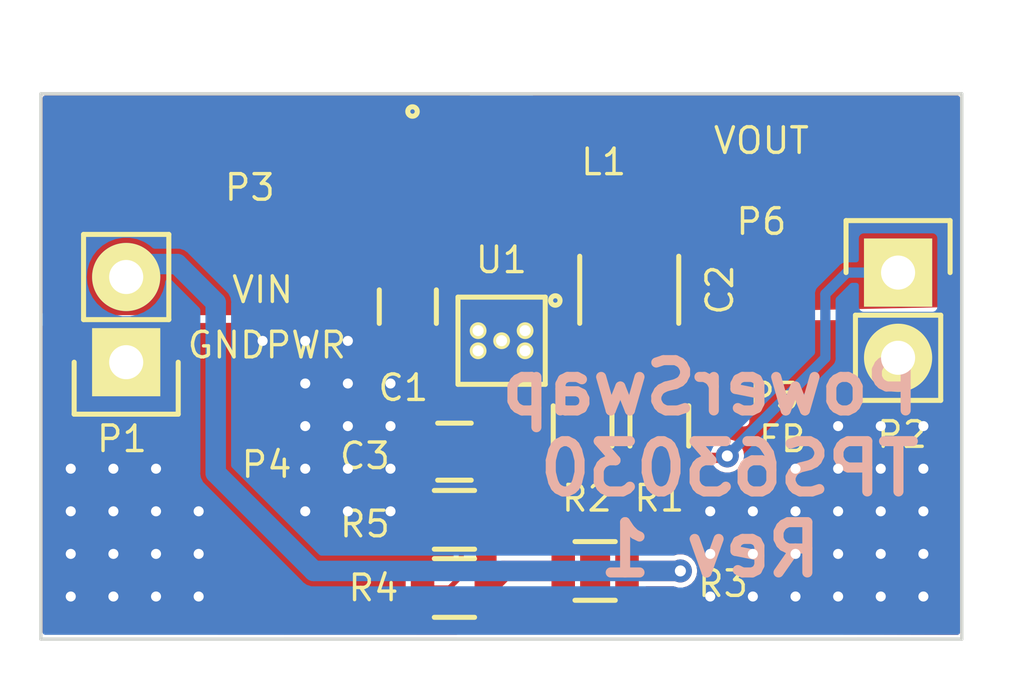
<source format=kicad_pcb>
(kicad_pcb (version 20221018) (generator pcbnew)
  (layers (0 "F.Cu" signal) (31 "B.Cu" signal) (34 "B.Paste" user) (35 "F.Paste" user) (36 "B.SilkS" user "B.Silkscreen") (37 "F.SilkS" user "F.Silkscreen") (38 "B.Mask" user) (39 "F.Mask" user) (44 "Edge.Cuts" user))
  (net 0 "")
  (net 1 "/VIN")
  (net 2 "GNDPWR")
  (net 3 "/VOUT")
  (net 4 "/VINA")
  (net 5 "Net-(L1-Pad1)")
  (net 6 "Net-(L1-Pad2)")
  (net 7 "/FB")
  (net 8 "Net-(R4-Pad1)")
  (net 9 "Net-(R5-Pad1)")
  (footprint "Capacitors_SMD:C_0805" (layer "F.Cu") (at 166.37 113.538 -90)
    (fp_text reference "C1" (at 2.418 0.135) (layer "F.SilkS") (effects (font (size 0.762 0.762) (thickness 0.1016))))
    (fp_text value "4.7UF")
    (fp_line (start -0.5 0.85) (end 0.5 0.85) (stroke (width 0.15)) (layer "F.SilkS"))
    (fp_line (start 0.5 -0.85) (end -0.5 -0.85) (stroke (width 0.15)) (layer "F.SilkS"))
    (pad "1" smd rect (at -1 0 270) (size 1 1.25) (layers "F.Cu" "F.Paste" "F.Mask") (net 1 "/VIN"))
    (pad "2" smd rect (at 1 0 270) (size 1 1.25) (layers "F.Cu" "F.Paste" "F.Mask") (net 2 "GNDPWR"))
  )
  (footprint "Capacitors_SMD:C_1210" (layer "F.Cu") (at 172.966 113.035 -90)
    (fp_text reference "C2" (at 0 -2.7 270) (layer "F.SilkS") (effects (font (size 0.762 0.762) (thickness 0.1016))))
    (fp_text value "22UF")
    (fp_line (start -1 1.475) (end 1 1.475) (stroke (width 0.15)) (layer "F.SilkS"))
    (fp_line (start 1 -1.475) (end -1 -1.475) (stroke (width 0.15)) (layer "F.SilkS"))
    (pad "1" smd rect (at -1.5 0 270) (size 1 2.5) (layers "F.Cu" "F.Paste" "F.Mask") (net 3 "/VOUT"))
    (pad "2" smd rect (at 1.5 0 270) (size 1 2.5) (layers "F.Cu" "F.Paste" "F.Mask") (net 2 "GNDPWR"))
  )
  (footprint "Capacitors_SMD:C_0805" (layer "F.Cu") (at 167.759 117.861 180)
    (fp_text reference "C3" (at 2.667 -0.127 180) (layer "F.SilkS") (effects (font (size 0.762 0.762) (thickness 0.1016))))
    (fp_text value "0.1UF")
    (fp_line (start -0.5 0.85) (end 0.5 0.85) (stroke (width 0.15)) (layer "F.SilkS"))
    (fp_line (start 0.5 -0.85) (end -0.5 -0.85) (stroke (width 0.15)) (layer "F.SilkS"))
    (pad "1" smd rect (at -1 0 180) (size 1 1.25) (layers "F.Cu" "F.Paste" "F.Mask") (net 4 "/VINA"))
    (pad "2" smd rect (at 1 0 180) (size 1 1.25) (layers "F.Cu" "F.Paste" "F.Mask") (net 2 "GNDPWR"))
  )
  (footprint "PowerSwap:LQH3NPN2R2MM0L" (layer "F.Cu") (at 168.91 109.22)
    (fp_text reference "L1" (at 3.294 0.005) (layer "F.SilkS") (effects (font (size 0.762 0.762) (thickness 0.1016))))
    (fp_text value "2.2uH")
    (fp_circle (center -2.4 -1.5) (end -2.3 -1.4) (stroke (width 0.15)) (fill none) (layer "F.SilkS"))
    (pad "1" smd rect (at -1.9 0) (size 0.5 1.8) (layers "F.Cu" "F.Paste" "F.Mask") (net 5 "Net-(L1-Pad1)"))
    (pad "1" smd rect (at -1.075 0) (size 1.15 3.3) (layers "F.Cu" "F.Paste" "F.Mask") (net 5 "Net-(L1-Pad1)"))
    (pad "2" smd rect (at 1.075 0) (size 1.15 3.3) (layers "F.Cu" "F.Paste" "F.Mask") (net 6 "Net-(L1-Pad2)"))
    (pad "2" smd rect (at 1.9 0) (size 0.5 1.8) (layers "F.Cu" "F.Paste" "F.Mask") (net 6 "Net-(L1-Pad2)"))
  )
  (footprint "Pin_Headers:Pin_Header_Straight_1x02" (layer "F.Cu") (at 157.98 115.194 180)
    (fp_text reference "P1" (at 0.127 -2.286 180) (layer "F.SilkS") (effects (font (size 0.762 0.762) (thickness 0.1016))))
    (fp_text value "CONN_01X02")
    (fp_line (start -1.55 -1.55) (end 1.55 -1.55) (stroke (width 0.15)) (layer "F.SilkS"))
    (fp_line (start -1.55 0) (end -1.55 -1.55) (stroke (width 0.15)) (layer "F.SilkS"))
    (fp_line (start -1.27 1.27) (end -1.27 3.81) (stroke (width 0.15)) (layer "F.SilkS"))
    (fp_line (start -1.27 3.81) (end 1.27 3.81) (stroke (width 0.15)) (layer "F.SilkS"))
    (fp_line (start 1.27 1.27) (end -1.27 1.27) (stroke (width 0.15)) (layer "F.SilkS"))
    (fp_line (start 1.27 1.27) (end 1.27 3.81) (stroke (width 0.15)) (layer "F.SilkS"))
    (fp_line (start 1.55 -1.55) (end 1.55 0) (stroke (width 0.15)) (layer "F.SilkS"))
    (pad "1" thru_hole rect (at 0 0 180) (size 2.032 2.032) (drill 1.016) (layers "*.Cu" "*.Mask" "F.SilkS") (net 2 "GNDPWR"))
    (pad "2" thru_hole oval (at 0 2.54 180) (size 2.032 2.032) (drill 1.016) (layers "*.Cu" "*.Mask" "F.SilkS") (net 1 "/VIN"))
  )
  (footprint "Pin_Headers:Pin_Header_Straight_1x02" (layer "F.Cu") (at 180.975 112.522)
    (fp_text reference "P2" (at 0.119 4.831) (layer "F.SilkS") (effects (font (size 0.762 0.762) (thickness 0.1016))))
    (fp_text value "CONN_01X02")
    (fp_line (start -1.55 -1.55) (end 1.55 -1.55) (stroke (width 0.15)) (layer "F.SilkS"))
    (fp_line (start -1.55 0) (end -1.55 -1.55) (stroke (width 0.15)) (layer "F.SilkS"))
    (fp_line (start -1.27 1.27) (end -1.27 3.81) (stroke (width 0.15)) (layer "F.SilkS"))
    (fp_line (start -1.27 3.81) (end 1.27 3.81) (stroke (width 0.15)) (layer "F.SilkS"))
    (fp_line (start 1.27 1.27) (end -1.27 1.27) (stroke (width 0.15)) (layer "F.SilkS"))
    (fp_line (start 1.27 1.27) (end 1.27 3.81) (stroke (width 0.15)) (layer "F.SilkS"))
    (fp_line (start 1.55 -1.55) (end 1.55 0) (stroke (width 0.15)) (layer "F.SilkS"))
    (pad "1" thru_hole rect (at 0 0) (size 2.032 2.032) (drill 1.016) (layers "*.Cu" "*.Mask" "F.SilkS") (net 3 "/VOUT"))
    (pad "2" thru_hole oval (at 0 2.54) (size 2.032 2.032) (drill 1.016) (layers "*.Cu" "*.Mask" "F.SilkS") (net 2 "GNDPWR"))
  )
  (footprint "Measurement_Points:Measurement_Point_Square-SMD-Pad_Small" (layer "F.Cu") (at 161.663 111.638)
    (fp_text reference "P3" (at 0 -1.651) (layer "F.SilkS") (effects (font (size 0.762 0.762) (thickness 0.1016))))
    (fp_text value "TST")
    (pad "1" smd rect (at 0 0) (size 1.50114 1.50114) (layers "F.Cu" "F.Paste" "F.Mask") (net 1 "/VIN"))
  )
  (footprint "Measurement_Points:Measurement_Point_Square-SMD-Pad_Small" (layer "F.Cu") (at 161.917 116.718)
    (fp_text reference "P4" (at 0.246 1.529) (layer "F.SilkS") (effects (font (size 0.762 0.762) (thickness 0.1016))))
    (fp_text value "TST")
    (pad "1" smd rect (at 0 0) (size 1.50114 1.50114) (layers "F.Cu" "F.Paste" "F.Mask") (net 2 "GNDPWR"))
  )
  (footprint "Measurement_Points:Measurement_Point_Square-SMD-Pad_Small" (layer "F.Cu") (at 175.641 116.205)
    (fp_text reference "P5" (at 1.643 0.005) (layer "F.SilkS") (effects (font (size 0.762 0.762) (thickness 0.1016))))
    (fp_text value "TST")
    (pad "1" smd rect (at 0 0) (size 1.50114 1.50114) (layers "F.Cu" "F.Paste" "F.Mask") (net 7 "/FB"))
  )
  (footprint "Measurement_Points:Measurement_Point_Square-SMD-Pad_Small" (layer "F.Cu") (at 176.903 109.733)
    (fp_text reference "P6" (at 0 1.27) (layer "F.SilkS") (effects (font (size 0.762 0.762) (thickness 0.1016))))
    (fp_text value "TST")
    (pad "1" smd rect (at 0 0) (size 1.50114 1.50114) (layers "F.Cu" "F.Paste" "F.Mask") (net 3 "/VOUT"))
  )
  (footprint "Resistors_SMD:R_0805" (layer "F.Cu") (at 173.863 117.094 90)
    (fp_text reference "R1" (at -2.159 0 180) (layer "F.SilkS") (effects (font (size 0.762 0.762) (thickness 0.1016))))
    (fp_text value "1.2M")
    (fp_line (start -0.6 -0.875) (end 0.6 -0.875) (stroke (width 0.15)) (layer "F.SilkS"))
    (fp_line (start 0.6 0.875) (end -0.6 0.875) (stroke (width 0.15)) (layer "F.SilkS"))
    (pad "1" smd rect (at -0.95 0 90) (size 0.7 1.3) (layers "F.Cu" "F.Paste" "F.Mask") (net 3 "/VOUT"))
    (pad "2" smd rect (at 0.95 0 90) (size 0.7 1.3) (layers "F.Cu" "F.Paste" "F.Mask") (net 7 "/FB"))
  )
  (footprint "Resistors_SMD:R_0805" (layer "F.Cu") (at 171.577 117.094 -90)
    (fp_text reference "R2" (at 2.159 -0.127) (layer "F.SilkS") (effects (font (size 0.762 0.762) (thickness 0.1016))))
    (fp_text value "215K")
    (fp_line (start -0.6 -0.875) (end 0.6 -0.875) (stroke (width 0.15)) (layer "F.SilkS"))
    (fp_line (start 0.6 0.875) (end -0.6 0.875) (stroke (width 0.15)) (layer "F.SilkS"))
    (pad "1" smd rect (at -0.95 0 270) (size 0.7 1.3) (layers "F.Cu" "F.Paste" "F.Mask") (net 7 "/FB"))
    (pad "2" smd rect (at 0.95 0 270) (size 0.7 1.3) (layers "F.Cu" "F.Paste" "F.Mask") (net 2 "GNDPWR"))
  )
  (footprint "Resistors_SMD:R_0805" (layer "F.Cu") (at 171.95 121.417)
    (fp_text reference "R3" (at 3.81 0.381) (layer "F.SilkS") (effects (font (size 0.762 0.762) (thickness 0.1016))))
    (fp_text value "0")
    (fp_line (start -0.6 -0.875) (end 0.6 -0.875) (stroke (width 0.15)) (layer "F.SilkS"))
    (fp_line (start 0.6 0.875) (end -0.6 0.875) (stroke (width 0.15)) (layer "F.SilkS"))
    (pad "1" smd rect (at -0.95 0) (size 0.7 1.3) (layers "F.Cu" "F.Paste" "F.Mask") (net 4 "/VINA"))
    (pad "2" smd rect (at 0.95 0) (size 0.7 1.3) (layers "F.Cu" "F.Paste" "F.Mask") (net 1 "/VIN"))
  )
  (footprint "Resistors_SMD:R_0805" (layer "F.Cu") (at 167.759 121.925)
    (fp_text reference "R4" (at -2.413 0) (layer "F.SilkS") (effects (font (size 0.762 0.762) (thickness 0.1016))))
    (fp_text value "0")
    (fp_line (start -0.6 -0.875) (end 0.6 -0.875) (stroke (width 0.15)) (layer "F.SilkS"))
    (fp_line (start 0.6 0.875) (end -0.6 0.875) (stroke (width 0.15)) (layer "F.SilkS"))
    (pad "1" smd rect (at -0.95 0) (size 0.7 1.3) (layers "F.Cu" "F.Paste" "F.Mask") (net 8 "Net-(R4-Pad1)"))
    (pad "2" smd rect (at 0.95 0) (size 0.7 1.3) (layers "F.Cu" "F.Paste" "F.Mask") (net 4 "/VINA"))
  )
  (footprint "Resistors_SMD:R_0805" (layer "F.Cu") (at 167.759 119.893)
    (fp_text reference "R5" (at -2.667 0.127) (layer "F.SilkS") (effects (font (size 0.762 0.762) (thickness 0.1016))))
    (fp_text value "0")
    (fp_line (start -0.6 -0.875) (end 0.6 -0.875) (stroke (width 0.15)) (layer "F.SilkS"))
    (fp_line (start 0.6 0.875) (end -0.6 0.875) (stroke (width 0.15)) (layer "F.SilkS"))
    (pad "1" smd rect (at -0.95 0) (size 0.7 1.3) (layers "F.Cu" "F.Paste" "F.Mask") (net 9 "Net-(R5-Pad1)"))
    (pad "2" smd rect (at 0.95 0) (size 0.7 1.3) (layers "F.Cu" "F.Paste" "F.Mask") (net 4 "/VINA"))
  )
  (footprint "PowerSwap:TPS63030" (layer "F.Cu") (at 169.164 114.554 180)
    (fp_text reference "U1" (at 0.008 2.408 180) (layer "F.SilkS") (effects (font (size 0.762 0.762) (thickness 0.1016))))
    (fp_text value "TPS63030")
    (fp_line (start -1.3 -1.3) (end -1.3 1.3) (stroke (width 0.15)) (layer "F.SilkS"))
    (fp_line (start -1.3 -1.3) (end 1.3 -1.3) (stroke (width 0.15)) (layer "F.SilkS"))
    (fp_line (start -1.3 1.3) (end 1.3 1.3) (stroke (width 0.15)) (layer "F.SilkS"))
    (fp_line (start 1.3 1.3) (end 1.3 -1.3) (stroke (width 0.15)) (layer "F.SilkS"))
    (fp_circle (center -1.6 1.2) (end -1.5 1.3) (stroke (width 0.15)) (fill none) (layer "F.SilkS"))
    (pad "1" smd oval (at -1 1.275 180) (size 0.23 0.8) (layers "F.Cu" "F.Paste" "F.Mask") (net 3 "/VOUT"))
    (pad "2" smd oval (at -0.5 1.275 180) (size 0.23 0.8) (layers "F.Cu" "F.Paste" "F.Mask") (net 6 "Net-(L1-Pad2)"))
    (pad "3" smd oval (at 0 1.275 180) (size 0.23 0.8) (layers "F.Cu" "F.Paste" "F.Mask") (net 2 "GNDPWR"))
    (pad "4" smd oval (at 0.5 1.275 180) (size 0.23 0.8) (layers "F.Cu" "F.Paste" "F.Mask") (net 5 "Net-(L1-Pad1)"))
    (pad "5" smd oval (at 1 1.275 180) (size 0.23 0.8) (layers "F.Cu" "F.Paste" "F.Mask") (net 1 "/VIN"))
    (pad "6" smd oval (at 1 -1.275 180) (size 0.23 0.8) (layers "F.Cu" "F.Paste" "F.Mask") (net 9 "Net-(R5-Pad1)"))
    (pad "7" smd oval (at 0.5 -1.275 180) (size 0.23 0.8) (layers "F.Cu" "F.Paste" "F.Mask") (net 8 "Net-(R4-Pad1)"))
    (pad "8" smd oval (at 0 -1.275 180) (size 0.23 0.8) (layers "F.Cu" "F.Paste" "F.Mask") (net 4 "/VINA"))
    (pad "9" smd oval (at -0.5 -1.275 180) (size 0.23 0.8) (layers "F.Cu" "F.Paste" "F.Mask") (net 2 "GNDPWR"))
    (pad "10" smd oval (at -1 -1.275 180) (size 0.23 0.8) (layers "F.Cu" "F.Paste" "F.Mask") (net 7 "/FB"))
    (pad "11" thru_hole circle (at -0.7 -0.3 180) (size 0.5 0.5) (drill 0.33) (layers "*.Cu" "*.Mask" "F.SilkS") (net 2 "GNDPWR"))
    (pad "11" thru_hole circle (at -0.7 0.3 180) (size 0.5 0.5) (drill 0.33) (layers "*.Cu" "*.Mask" "F.SilkS") (net 2 "GNDPWR"))
    (pad "11" thru_hole circle (at 0 0 180) (size 0.5 0.5) (drill 0.33) (layers "*.Cu" "*.Mask" "F.SilkS") (net 2 "GNDPWR"))
    (pad "11" smd rect (at 0 0 180) (size 2 1.2) (layers "*.Cu" "*.Mask" "F.Paste") (net 2 "GNDPWR"))
    (pad "11" thru_hole circle (at 0.7 -0.3 180) (size 0.5 0.5) (drill 0.33) (layers "*.Cu" "*.Mask" "F.SilkS") (net 2 "GNDPWR"))
    (pad "11" thru_hole circle (at 0.7 0.3 180) (size 0.5 0.5) (drill 0.33) (layers "*.Cu" "*.Mask" "F.SilkS") (net 2 "GNDPWR"))
  )
  (footprint "PowerSwap:PS_Logo" (layer "F.Cu") (at 167.759 106.939)
    (fp_text reference "G***" hide)
    (fp_text value "LOGO" hide)
  )
  (footprint "PowerSwap:VIA-0.6mm" (layer "F.Cu") (at 175.379 119.639)
    (fp_text reference "REF**1111" hide)
    (fp_text value "VIA-0.6mm" hide)
    (pad "1" thru_hole circle (at 0 0) (size 0.6 0.6) (drill 0.3) (layers "*.Cu") (net 2 "GNDPWR"))
  )
  (footprint "PowerSwap:VIA-0.6mm" (layer "F.Cu") (at 176.649 119.639)
    (fp_text reference "REF**1121" hide)
    (fp_text value "VIA-0.6mm" hide)
    (pad "1" thru_hole circle (at 0 0) (size 0.6 0.6) (drill 0.3) (layers "*.Cu") (net 2 "GNDPWR"))
  )
  (footprint "PowerSwap:VIA-0.6mm" (layer "F.Cu") (at 177.919 119.639)
    (fp_text reference "REF**1131" hide)
    (fp_text value "VIA-0.6mm" hide)
    (pad "1" thru_hole circle (at 0 0) (size 0.6 0.6) (drill 0.3) (layers "*.Cu") (net 2 "GNDPWR"))
  )
  (footprint "PowerSwap:VIA-0.6mm" (layer "F.Cu") (at 179.189 119.639)
    (fp_text reference "REF**1141" hide)
    (fp_text value "VIA-0.6mm" hide)
    (pad "1" thru_hole circle (at 0 0) (size 0.6 0.6) (drill 0.3) (layers "*.Cu") (net 2 "GNDPWR"))
  )
  (footprint "PowerSwap:VIA-0.6mm" (layer "F.Cu") (at 180.459 119.639)
    (fp_text reference "REF**1151" hide)
    (fp_text value "VIA-0.6mm" hide)
    (pad "1" thru_hole circle (at 0 0) (size 0.6 0.6) (drill 0.3) (layers "*.Cu") (net 2 "GNDPWR"))
  )
  (footprint "PowerSwap:VIA-0.6mm" (layer "F.Cu") (at 181.729 119.639)
    (fp_text reference "REF**1161" hide)
    (fp_text value "VIA-0.6mm" hide)
    (pad "1" thru_hole circle (at 0 0) (size 0.6 0.6) (drill 0.3) (layers "*.Cu") (net 2 "GNDPWR"))
  )
  (footprint "PowerSwap:VIA-0.6mm" (layer "F.Cu") (at 175.379 120.909)
    (fp_text reference "REF**1112" hide)
    (fp_text value "VIA-0.6mm" hide)
    (pad "1" thru_hole circle (at 0 0) (size 0.6 0.6) (drill 0.3) (layers "*.Cu") (net 2 "GNDPWR"))
  )
  (footprint "PowerSwap:VIA-0.6mm" (layer "F.Cu") (at 176.649 120.909)
    (fp_text reference "REF**1122" hide)
    (fp_text value "VIA-0.6mm" hide)
    (pad "1" thru_hole circle (at 0 0) (size 0.6 0.6) (drill 0.3) (layers "*.Cu") (net 2 "GNDPWR"))
  )
  (footprint "PowerSwap:VIA-0.6mm" (layer "F.Cu") (at 177.919 120.909)
    (fp_text reference "REF**1132" hide)
    (fp_text value "VIA-0.6mm" hide)
    (pad "1" thru_hole circle (at 0 0) (size 0.6 0.6) (drill 0.3) (layers "*.Cu") (net 2 "GNDPWR"))
  )
  (footprint "PowerSwap:VIA-0.6mm" (layer "F.Cu") (at 179.189 120.909)
    (fp_text reference "REF**1142" hide)
    (fp_text value "VIA-0.6mm" hide)
    (pad "1" thru_hole circle (at 0 0) (size 0.6 0.6) (drill 0.3) (layers "*.Cu") (net 2 "GNDPWR"))
  )
  (footprint "PowerSwap:VIA-0.6mm" (layer "F.Cu") (at 180.459 120.909)
    (fp_text reference "REF**1152" hide)
    (fp_text value "VIA-0.6mm" hide)
    (pad "1" thru_hole circle (at 0 0) (size 0.6 0.6) (drill 0.3) (layers "*.Cu") (net 2 "GNDPWR"))
  )
  (footprint "PowerSwap:VIA-0.6mm" (layer "F.Cu") (at 181.729 120.909)
    (fp_text reference "REF**1162" hide)
    (fp_text value "VIA-0.6mm" hide)
    (pad "1" thru_hole circle (at 0 0) (size 0.6 0.6) (drill 0.3) (layers "*.Cu") (net 2 "GNDPWR"))
  )
  (footprint "PowerSwap:VIA-0.6mm" (layer "F.Cu") (at 175.379 122.179)
    (fp_text reference "REF**1113" hide)
    (fp_text value "VIA-0.6mm" hide)
    (pad "1" thru_hole circle (at 0 0) (size 0.6 0.6) (drill 0.3) (layers "*.Cu") (net 2 "GNDPWR"))
  )
  (footprint "PowerSwap:VIA-0.6mm" (layer "F.Cu") (at 176.649 122.179)
    (fp_text reference "REF**1123" hide)
    (fp_text value "VIA-0.6mm" hide)
    (pad "1" thru_hole circle (at 0 0) (size 0.6 0.6) (drill 0.3) (layers "*.Cu") (net 2 "GNDPWR"))
  )
  (footprint "PowerSwap:VIA-0.6mm" (layer "F.Cu") (at 177.919 122.179)
    (fp_text reference "REF**1133" hide)
    (fp_text value "VIA-0.6mm" hide)
    (pad "1" thru_hole circle (at 0 0) (size 0.6 0.6) (drill 0.3) (layers "*.Cu") (net 2 "GNDPWR"))
  )
  (footprint "PowerSwap:VIA-0.6mm" (layer "F.Cu") (at 179.189 122.179)
    (fp_text reference "REF**1143" hide)
    (fp_text value "VIA-0.6mm" hide)
    (pad "1" thru_hole circle (at 0 0) (size 0.6 0.6) (drill 0.3) (layers "*.Cu") (net 2 "GNDPWR"))
  )
  (footprint "PowerSwap:VIA-0.6mm" (layer "F.Cu") (at 180.459 122.179)
    (fp_text reference "REF**1153" hide)
    (fp_text value "VIA-0.6mm" hide)
    (pad "1" thru_hole circle (at 0 0) (size 0.6 0.6) (drill 0.3) (layers "*.Cu") (net 2 "GNDPWR"))
  )
  (footprint "PowerSwap:VIA-0.6mm" (layer "F.Cu") (at 181.729 122.179)
    (fp_text reference "REF**1163" hide)
    (fp_text value "VIA-0.6mm" hide)
    (pad "1" thru_hole circle (at 0 0) (size 0.6 0.6) (drill 0.3) (layers "*.Cu") (net 2 "GNDPWR"))
  )
  (footprint "PowerSwap:VIA-0.6mm" (layer "F.Cu") (at 177.919 118.369)
    (fp_text reference "REF**1131" hide)
    (fp_text value "VIA-0.6mm" hide)
    (pad "1" thru_hole circle (at 0 0) (size 0.6 0.6) (drill 0.3) (layers "*.Cu") (net 2 "GNDPWR"))
  )
  (footprint "PowerSwap:VIA-0.6mm" (layer "F.Cu") (at 179.189 118.369)
    (fp_text reference "REF**1131" hide)
    (fp_text value "VIA-0.6mm" hide)
    (pad "1" thru_hole circle (at 0 0) (size 0.6 0.6) (drill 0.3) (layers "*.Cu") (net 2 "GNDPWR"))
  )
  (footprint "PowerSwap:VIA-0.6mm" (layer "F.Cu") (at 180.459 118.369)
    (fp_text reference "REF**1131" hide)
    (fp_text value "VIA-0.6mm" hide)
    (pad "1" thru_hole circle (at 0 0) (size 0.6 0.6) (drill 0.3) (layers "*.Cu") (net 2 "GNDPWR"))
  )
  (footprint "PowerSwap:VIA-0.6mm" (layer "F.Cu") (at 181.729 118.369)
    (fp_text reference "REF**1131" hide)
    (fp_text value "VIA-0.6mm" hide)
    (pad "1" thru_hole circle (at 0 0) (size 0.6 0.6) (drill 0.3) (layers "*.Cu") (net 2 "GNDPWR"))
  )
  (footprint "PowerSwap:VIA-0.6mm" (layer "F.Cu") (at 181.729 117.099)
    (fp_text reference "REF**1131" hide)
    (fp_text value "VIA-0.6mm" hide)
    (pad "1" thru_hole circle (at 0 0) (size 0.6 0.6) (drill 0.3) (layers "*.Cu") (net 2 "GNDPWR"))
  )
  (footprint "PowerSwap:VIA-0.6mm" (layer "F.Cu") (at 180.459 117.099)
    (fp_text reference "REF**1131" hide)
    (fp_text value "VIA-0.6mm" hide)
    (pad "1" thru_hole circle (at 0 0) (size 0.6 0.6) (drill 0.3) (layers "*.Cu") (net 2 "GNDPWR"))
  )
  (footprint "PowerSwap:VIA-0.6mm" (layer "F.Cu") (at 179.189 117.099)
    (fp_text reference "REF**1131" hide)
    (fp_text value "VIA-0.6mm" hide)
    (pad "1" thru_hole circle (at 0 0) (size 0.6 0.6) (drill 0.3) (layers "*.Cu") (net 2 "GNDPWR"))
  )
  (footprint "PowerSwap:VIA-0.6mm" (layer "F.Cu") (at 156.329 119.639)
    (fp_text reference "REF**111111" hide)
    (fp_text value "VIA-0.6mm" hide)
    (pad "1" thru_hole circle (at 0 0) (size 0.6 0.6) (drill 0.3) (layers "*.Cu") (net 2 "GNDPWR"))
  )
  (footprint "PowerSwap:VIA-0.6mm" (layer "F.Cu") (at 157.599 119.639)
    (fp_text reference "REF**111121" hide)
    (fp_text value "VIA-0.6mm" hide)
    (pad "1" thru_hole circle (at 0 0) (size 0.6 0.6) (drill 0.3) (layers "*.Cu") (net 2 "GNDPWR"))
  )
  (footprint "PowerSwap:VIA-0.6mm" (layer "F.Cu") (at 158.869 119.639)
    (fp_text reference "REF**111131" hide)
    (fp_text value "VIA-0.6mm" hide)
    (pad "1" thru_hole circle (at 0 0) (size 0.6 0.6) (drill 0.3) (layers "*.Cu") (net 2 "GNDPWR"))
  )
  (footprint "PowerSwap:VIA-0.6mm" (layer "F.Cu") (at 160.139 119.639)
    (fp_text reference "REF**111141" hide)
    (fp_text value "VIA-0.6mm" hide)
    (pad "1" thru_hole circle (at 0 0) (size 0.6 0.6) (drill 0.3) (layers "*.Cu") (net 2 "GNDPWR"))
  )
  (footprint "PowerSwap:VIA-0.6mm" (layer "F.Cu") (at 156.329 120.909)
    (fp_text reference "REF**111112" hide)
    (fp_text value "VIA-0.6mm" hide)
    (pad "1" thru_hole circle (at 0 0) (size 0.6 0.6) (drill 0.3) (layers "*.Cu") (net 2 "GNDPWR"))
  )
  (footprint "PowerSwap:VIA-0.6mm" (layer "F.Cu") (at 157.599 120.909)
    (fp_text reference "REF**111122" hide)
    (fp_text value "VIA-0.6mm" hide)
    (pad "1" thru_hole circle (at 0 0) (size 0.6 0.6) (drill 0.3) (layers "*.Cu") (net 2 "GNDPWR"))
  )
  (footprint "PowerSwap:VIA-0.6mm" (layer "F.Cu") (at 158.869 120.909)
    (fp_text reference "REF**111132" hide)
    (fp_text value "VIA-0.6mm" hide)
    (pad "1" thru_hole circle (at 0 0) (size 0.6 0.6) (drill 0.3) (layers "*.Cu") (net 2 "GNDPWR"))
  )
  (footprint "PowerSwap:VIA-0.6mm" (layer "F.Cu") (at 160.139 120.909)
    (fp_text reference "REF**111142" hide)
    (fp_text value "VIA-0.6mm" hide)
    (pad "1" thru_hole circle (at 0 0) (size 0.6 0.6) (drill 0.3) (layers "*.Cu") (net 2 "GNDPWR"))
  )
  (footprint "PowerSwap:VIA-0.6mm" (layer "F.Cu") (at 156.329 122.179)
    (fp_text reference "REF**111113" hide)
    (fp_text value "VIA-0.6mm" hide)
    (pad "1" thru_hole circle (at 0 0) (size 0.6 0.6) (drill 0.3) (layers "*.Cu") (net 2 "GNDPWR"))
  )
  (footprint "PowerSwap:VIA-0.6mm" (layer "F.Cu") (at 157.599 122.179)
    (fp_text reference "REF**111123" hide)
    (fp_text value "VIA-0.6mm" hide)
    (pad "1" thru_hole circle (at 0 0) (size 0.6 0.6) (drill 0.3) (layers "*.Cu") (net 2 "GNDPWR"))
  )
  (footprint "PowerSwap:VIA-0.6mm" (layer "F.Cu") (at 158.869 122.179)
    (fp_text reference "REF**111133" hide)
    (fp_text value "VIA-0.6mm" hide)
    (pad "1" thru_hole circle (at 0 0) (size 0.6 0.6) (drill 0.3) (layers "*.Cu") (net 2 "GNDPWR"))
  )
  (footprint "PowerSwap:VIA-0.6mm" (layer "F.Cu") (at 160.139 122.179)
    (fp_text reference "REF**111143" hide)
    (fp_text value "VIA-0.6mm" hide)
    (pad "1" thru_hole circle (at 0 0) (size 0.6 0.6) (drill 0.3) (layers "*.Cu") (net 2 "GNDPWR"))
  )
  (footprint "PowerSwap:VIA-0.6mm" (layer "F.Cu") (at 156.329 118.369)
    (fp_text reference "REF**111111" hide)
    (fp_text value "VIA-0.6mm" hide)
    (pad "1" thru_hole circle (at 0 0) (size 0.6 0.6) (drill 0.3) (layers "*.Cu") (net 2 "GNDPWR"))
  )
  (footprint "PowerSwap:VIA-0.6mm" (layer "F.Cu") (at 157.599 118.369)
    (fp_text reference "REF**111111" hide)
    (fp_text value "VIA-0.6mm" hide)
    (pad "1" thru_hole circle (at 0 0) (size 0.6 0.6) (drill 0.3) (layers "*.Cu") (net 2 "GNDPWR"))
  )
  (footprint "PowerSwap:VIA-0.6mm" (layer "F.Cu") (at 158.869 118.369)
    (fp_text reference "REF**111111" hide)
    (fp_text value "VIA-0.6mm" hide)
    (pad "1" thru_hole circle (at 0 0) (size 0.6 0.6) (drill 0.3) (layers "*.Cu") (net 2 "GNDPWR"))
  )
  (footprint "PowerSwap:VIA-0.6mm" (layer "F.Cu") (at 162.044 114.559)
    (fp_text reference "REF**111111" hide)
    (fp_text value "VIA-0.6mm" hide)
    (pad "1" thru_hole circle (at 0 0) (size 0.6 0.6) (drill 0.3) (layers "*.Cu") (net 2 "GNDPWR"))
  )
  (footprint "PowerSwap:VIA-0.6mm" (layer "F.Cu") (at 163.314 114.559)
    (fp_text reference "REF**111111" hide)
    (fp_text value "VIA-0.6mm" hide)
    (pad "1" thru_hole circle (at 0 0) (size 0.6 0.6) (drill 0.3) (layers "*.Cu") (net 2 "GNDPWR"))
  )
  (footprint "PowerSwap:VIA-0.6mm" (layer "F.Cu") (at 164.584 114.559)
    (fp_text reference "REF**111111" hide)
    (fp_text value "VIA-0.6mm" hide)
    (pad "1" thru_hole circle (at 0 0) (size 0.6 0.6) (drill 0.3) (layers "*.Cu") (net 2 "GNDPWR"))
  )
  (footprint "PowerSwap:VIA-0.6mm" (layer "F.Cu") (at 163.314 115.829)
    (fp_text reference "REF**11111111" hide)
    (fp_text value "VIA-0.6mm" hide)
    (pad "1" thru_hole circle (at 0 0) (size 0.6 0.6) (drill 0.3) (layers "*.Cu") (net 2 "GNDPWR"))
  )
  (footprint "PowerSwap:VIA-0.6mm" (layer "F.Cu") (at 164.584 115.829)
    (fp_text reference "REF**11111121" hide)
    (fp_text value "VIA-0.6mm" hide)
    (pad "1" thru_hole circle (at 0 0) (size 0.6 0.6) (drill 0.3) (layers "*.Cu") (net 2 "GNDPWR"))
  )
  (footprint "PowerSwap:VIA-0.6mm" (layer "F.Cu") (at 165.854 115.829)
    (fp_text reference "REF**11111131" hide)
    (fp_text value "VIA-0.6mm" hide)
    (pad "1" thru_hole circle (at 0 0) (size 0.6 0.6) (drill 0.3) (layers "*.Cu") (net 2 "GNDPWR"))
  )
  (footprint "PowerSwap:VIA-0.6mm" (layer "F.Cu") (at 163.314 117.099)
    (fp_text reference "REF**11111112" hide)
    (fp_text value "VIA-0.6mm" hide)
    (pad "1" thru_hole circle (at 0 0) (size 0.6 0.6) (drill 0.3) (layers "*.Cu") (net 2 "GNDPWR"))
  )
  (footprint "PowerSwap:VIA-0.6mm" (layer "F.Cu") (at 164.584 117.099)
    (fp_text reference "REF**11111122" hide)
    (fp_text value "VIA-0.6mm" hide)
    (pad "1" thru_hole circle (at 0 0) (size 0.6 0.6) (drill 0.3) (layers "*.Cu") (net 2 "GNDPWR"))
  )
  (footprint "PowerSwap:VIA-0.6mm" (layer "F.Cu") (at 165.854 117.099)
    (fp_text reference "REF**11111132" hide)
    (fp_text value "VIA-0.6mm" hide)
    (pad "1" thru_hole circle (at 0 0) (size 0.6 0.6) (drill 0.3) (layers "*.Cu") (net 2 "GNDPWR"))
  )
  (footprint "PowerSwap:VIA-0.6mm" (layer "F.Cu") (at 163.314 118.369)
    (fp_text reference "REF**11111113" hide)
    (fp_text value "VIA-0.6mm" hide)
    (pad "1" thru_hole circle (at 0 0) (size 0.6 0.6) (drill 0.3) (layers "*.Cu") (net 2 "GNDPWR"))
  )
  (footprint "PowerSwap:VIA-0.6mm" (layer "F.Cu") (at 164.584 118.369)
    (fp_text reference "REF**11111123" hide)
    (fp_text value "VIA-0.6mm" hide)
    (pad "1" thru_hole circle (at 0 0) (size 0.6 0.6) (drill 0.3) (layers "*.Cu") (net 2 "GNDPWR"))
  )
  (footprint "PowerSwap:VIA-0.6mm" (layer "F.Cu") (at 165.854 118.369)
    (fp_text reference "REF**11111133" hide)
    (fp_text value "VIA-0.6mm" hide)
    (pad "1" thru_hole circle (at 0 0) (size 0.6 0.6) (drill 0.3) (layers "*.Cu") (net 2 "GNDPWR"))
  )
  (footprint "PowerSwap:VIA-0.6mm" (layer "F.Cu") (at 163.314 119.639)
    (fp_text reference "REF**11111114" hide)
    (fp_text value "VIA-0.6mm" hide)
    (pad "1" thru_hole circle (at 0 0) (size 0.6 0.6) (drill 0.3) (layers "*.Cu") (net 2 "GNDPWR"))
  )
  (footprint "PowerSwap:VIA-0.6mm" (layer "F.Cu") (at 164.584 119.639)
    (fp_text reference "REF**11111124" hide)
    (fp_text value "VIA-0.6mm" hide)
    (pad "1" thru_hole circle (at 0 0) (size 0.6 0.6) (drill 0.3) (layers "*.Cu") (net 2 "GNDPWR"))
  )
  (footprint "PowerSwap:VIA-0.6mm" (layer "F.Cu") (at 165.854 119.639)
    (fp_text reference "REF**11111134" hide)
    (fp_text value "VIA-0.6mm" hide)
    (pad "1" thru_hole circle (at 0 0) (size 0.6 0.6) (drill 0.3) (layers "*.Cu") (net 2 "GNDPWR"))
  )
  (gr_line (start 155.44 107.193) (end 155.44 123.449) (stroke (width 0.1)) (layer "Edge.Cuts"))
  (gr_line (start 182.872 123.449) (end 182.872 107.193) (stroke (width 0.1)) (layer "Edge.Cuts"))
  (gr_line (start 182.872 107.193) (end 155.44 107.193) (stroke (width 0.1)) (layer "Edge.Cuts"))
  (gr_line (start 155.44 123.449) (end 182.872 123.449) (stroke (width 0.1)) (layer "Edge.Cuts"))
  (gr_text "PowerSwap\nTPS63030 \nRev 1" (at 175.379 118.369) (layer "B.SilkS") (effects (font (size 1.5 1.5) (thickness 0.3)) (justify mirror)))
  (gr_text "VIN" (at 162.044 113.035) (layer "F.SilkS") (effects (font (size 0.762 0.762) (thickness 0.1016))))
  (gr_text "FB" (at 177.538 117.48) (layer "F.SilkS") (effects (font (size 0.762 0.762) (thickness 0.1016))))
  (gr_text "VOUT" (at 176.903 108.59) (layer "F.SilkS") (effects (font (size 0.762 0.762) (thickness 0.1016))))
  (gr_text "GNDPWR" (at 162.171 114.686) (layer "F.SilkS") (effects (font (size 0.762 0.762) (thickness 0.1016))))
  (segment (start 172.9 121.417) (end 174.49 121.417) (width 0.6096) (layer "F.Cu") (net 1))
  (via (at 174.49 121.417) (size 0.6858) (drill 0.3302) (layers "F.Cu" "B.Cu") (net 1))
  (segment (start 174.49 121.417) (end 163.568 121.417) (width 0.6096) (layer "B.Cu") (net 1))
  (segment (start 163.568 121.417) (end 160.647 118.496) (width 0.6096) (layer "B.Cu") (net 1))
  (segment (start 160.647 118.496) (end 160.647 113.416) (width 0.6096) (layer "B.Cu") (net 1))
  (segment (start 160.647 113.416) (end 159.499 112.268) (width 0.6096) (layer "B.Cu") (net 1))
  (segment (start 159.499 112.268) (end 158.496 112.268) (width 0.6096) (layer "B.Cu") (net 1))
  (segment (start 169.664 115.197) (end 169.672 115.189) (width 0.25) (layer "F.Cu") (net 2))
  (segment (start 169.164 113.279) (end 169.164 114.554) (width 0.25) (layer "F.Cu") (net 2))
  (segment (start 169.664 115.829) (end 169.664 115.197) (width 0.25) (layer "F.Cu") (net 2))
  (segment (start 169.664 115.829) (end 169.664 116.21) (width 0.1524) (layer "F.Cu") (net 2))
  (segment (start 175.831 118.044) (end 175.887 117.988) (width 0.3048) (layer "F.Cu") (net 3))
  (segment (start 173.863 118.044) (end 175.831 118.044) (width 0.3048) (layer "F.Cu") (net 3))
  (via (at 175.887 117.988) (size 0.6858) (drill 0.3302) (layers "F.Cu" "B.Cu") (net 3))
  (segment (start 175.887 117.988) (end 178.808 115.067) (width 0.3048) (layer "B.Cu") (net 3))
  (segment (start 178.808 115.067) (end 178.808 113.162) (width 0.3048) (layer "B.Cu") (net 3))
  (segment (start 178.808 113.162) (end 179.448 112.522) (width 0.3048) (layer "B.Cu") (net 3))
  (segment (start 179.448 112.522) (end 180.975 112.522) (width 0.3048) (layer "B.Cu") (net 3))
  (segment (start 168.709 117.911) (end 168.759 117.861) (width 0.6096) (layer "F.Cu") (net 4))
  (segment (start 169.217 121.417) (end 168.709 121.925) (width 0.6096) (layer "F.Cu") (net 4))
  (segment (start 168.759 117.1574) (end 169.164 116.7524) (width 0.3048) (layer "F.Cu") (net 4))
  (segment (start 169.164 116.7524) (end 169.164 115.829) (width 0.3048) (layer "F.Cu") (net 4))
  (segment (start 168.759 117.861) (end 168.759 117.1574) (width 0.6096) (layer "F.Cu") (net 4))
  (segment (start 171 121.417) (end 169.217 121.417) (width 0.6096) (layer "F.Cu") (net 4))
  (segment (start 168.709 119.893) (end 168.709 117.911) (width 0.6096) (layer "F.Cu") (net 4))
  (segment (start 168.709 121.925) (end 168.709 119.893) (width 0.6096) (layer "F.Cu") (net 4))
  (segment (start 168.664 111.895) (end 167.835 111.066) (width 0.3048) (layer "F.Cu") (net 5))
  (segment (start 167.835 111.066) (end 167.835 109.22) (width 0.3048) (layer "F.Cu") (net 5))
  (segment (start 168.664 113.279) (end 168.664 111.895) (width 0.3048) (layer "F.Cu") (net 5))
  (segment (start 167.01 109.22) (end 167.835 109.22) (width 0.3048) (layer "F.Cu") (net 5))
  (segment (start 169.664 112.022) (end 170.434 111.252) (width 0.3048) (layer "F.Cu") (net 6))
  (segment (start 170.434 111.252) (end 170.434 109.669) (width 0.3048) (layer "F.Cu") (net 6))
  (segment (start 170.434 109.669) (end 169.985 109.22) (width 0.25) (layer "F.Cu") (net 6))
  (segment (start 169.985 109.22) (end 170.81 109.22) (width 0.3048) (layer "F.Cu") (net 6))
  (segment (start 169.664 113.279) (end 169.664 112.022) (width 0.3048) (layer "F.Cu") (net 6))
  (segment (start 170.164 116.697) (end 170.434 116.967) (width 0.1524) (layer "F.Cu") (net 7))
  (segment (start 170.434 116.967) (end 171.323 116.967) (width 0.1524) (layer "F.Cu") (net 7))
  (segment (start 171.323 116.967) (end 171.577 116.713) (width 0.1524) (layer "F.Cu") (net 7))
  (segment (start 171.577 116.713) (end 171.577 116.144) (width 0.1524) (layer "F.Cu") (net 7))
  (segment (start 173.924 116.205) (end 173.863 116.144) (width 0.6096) (layer "F.Cu") (net 7))
  (segment (start 175.641 116.205) (end 173.924 116.205) (width 0.6096) (layer "F.Cu") (net 7))
  (segment (start 171.577 116.144) (end 173.863 116.144) (width 0.6096) (layer "F.Cu") (net 7))
  (segment (start 170.164 115.829) (end 170.164 116.697) (width 0.1524) (layer "F.Cu") (net 7))
  (segment (start 168.664 116.498056) (end 167.9622 117.199856) (width 0.1524) (layer "F.Cu") (net 8))
  (segment (start 167.9622 117.199856) (end 167.9622 121.5694) (width 0.1524) (layer "F.Cu") (net 8))
  (segment (start 167.9622 121.5694) (end 167.6066 121.925) (width 0.1524) (layer "F.Cu") (net 8))
  (segment (start 167.6066 121.925) (end 166.809 121.925) (width 0.1524) (layer "F.Cu") (net 8))
  (segment (start 168.664 115.829) (end 168.664 116.498056) (width 0.1524) (layer "F.Cu") (net 8))
  (segment (start 168.164 116.567) (end 167.632 117.099) (width 0.1524) (layer "F.Cu") (net 9))
  (segment (start 167.632 117.099) (end 167.632 119.512) (width 0.1524) (layer "F.Cu") (net 9))
  (segment (start 167.632 119.512) (end 167.251 119.893) (width 0.1524) (layer "F.Cu") (net 9))
  (segment (start 167.251 119.893) (end 166.809 119.893) (width 0.1524) (layer "F.Cu") (net 9))
  (segment (start 168.164 115.829) (end 168.164 116.567) (width 0.1524) (layer "F.Cu") (net 9))
  (zone (net 2) (net_name "GNDPWR") (layer "F.Cu") (connect_pads yes (clearance 0.1524)) (min_thickness 0.1524) (fill yes (thermal_gap 0.508) (thermal_bridge_width 0.508))
    (polygon (pts (xy 182.872 123.322) (xy 170.5864 123.2916) (xy 170.5864 115.2906) (xy 167.894 115.316) (xy 167.894 123.317) (xy 155.448 123.31065) (xy 155.448 120.396) (xy 155.448 114.046) (xy 182.872 113.924) (xy 182.88 120.142)))
  )
  (zone (net 1) (net_name "/VIN") (layer "F.Cu") (connect_pads yes (clearance 0.1524)) (min_thickness 0.1524) (fill yes (thermal_gap 0.508) (thermal_bridge_width 0.508))
    (polygon (pts (xy 168.275 113.665) (xy 168.275 107.188) (xy 155.448 107.188) (xy 155.448 113.792) (xy 168.275 113.792) (xy 168.275 113.284)))
  )
  (zone (net 3) (net_name "/VOUT") (layer "F.Cu") (connect_pads yes (clearance 0.1524)) (min_thickness 0.1524) (fill yes (thermal_gap 0.508) (thermal_bridge_width 0.508))
    (polygon (pts (xy 169.926 113.665) (xy 177.165 113.665) (xy 182.872 113.543) (xy 182.88 107.188) (xy 170.045 107.193) (xy 170.053 109.093)))
  )
  (zone (net 2) (net_name "GNDPWR") (layer "B.Cu") (connect_pads yes (clearance 0.1524)) (min_thickness 0.1524) (fill yes (thermal_gap 0.508) (thermal_bridge_width 0.508))
    (polygon (pts (xy 182.872 123.322) (xy 155.44 123.322) (xy 155.44 107.193) (xy 182.872 107.193) (xy 182.872 122.433)))
  )
)
</source>
